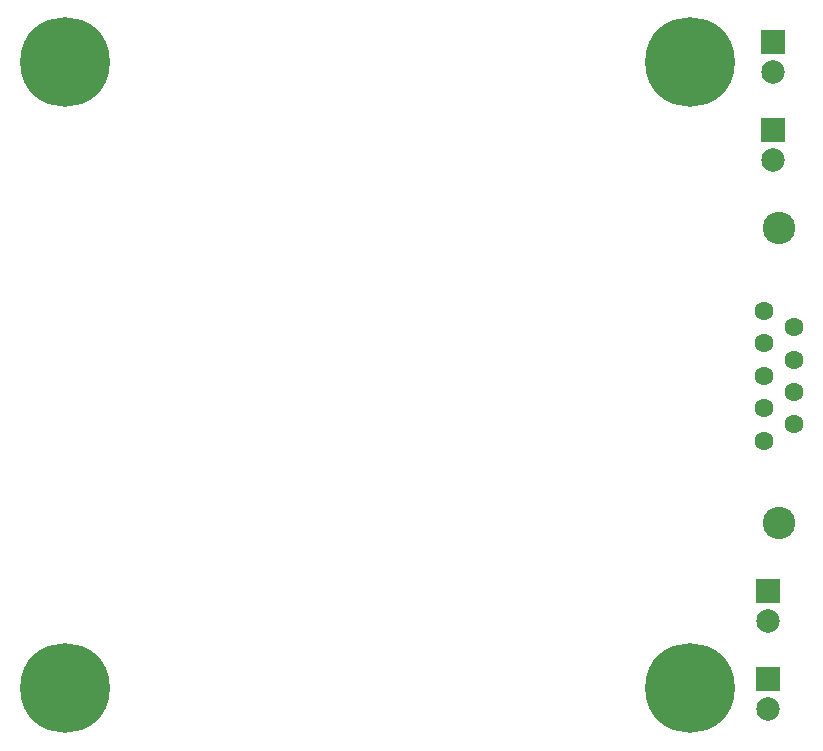
<source format=gbs>
G04*
G04 #@! TF.GenerationSoftware,Altium Limited,Altium Designer,20.0.11 (256)*
G04*
G04 Layer_Color=16711935*
%FSLAX25Y25*%
%MOIN*%
G70*
G01*
G75*
%ADD37C,0.07847*%
%ADD38R,0.07847X0.07847*%
%ADD39C,0.06300*%
%ADD40C,0.10800*%
%ADD41C,0.29934*%
D37*
X234347Y-7050D02*
D03*
Y22450D02*
D03*
X236315Y175950D02*
D03*
Y205450D02*
D03*
D38*
X234347Y2950D02*
D03*
Y32450D02*
D03*
X236315Y185950D02*
D03*
Y215450D02*
D03*
D39*
X233161Y82556D02*
D03*
X243161Y87950D02*
D03*
X233161Y93344D02*
D03*
X243161Y98737D02*
D03*
X233161Y104131D02*
D03*
X243161Y109525D02*
D03*
X233161Y114918D02*
D03*
X243161Y120312D02*
D03*
X233161Y125706D02*
D03*
D40*
X238192Y54931D02*
D03*
Y153331D02*
D03*
D41*
X0Y0D02*
D03*
X208661D02*
D03*
Y208661D02*
D03*
X0D02*
D03*
M02*

</source>
